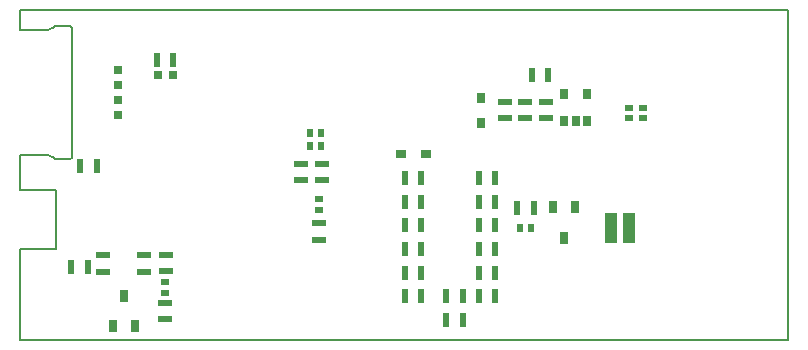
<source format=gbp>
G04*
G04 #@! TF.GenerationSoftware,Altium Limited,Altium Designer,21.9.2 (33)*
G04*
G04 Layer_Color=128*
%FSLAX44Y44*%
%MOMM*%
G71*
G04*
G04 #@! TF.SameCoordinates,5C5C66F8-9FC8-4E62-95D0-8360453F7E55*
G04*
G04*
G04 #@! TF.FilePolarity,Positive*
G04*
G01*
G75*
%ADD10C,0.2000*%
%ADD16R,0.5000X0.6500*%
%ADD17R,0.6500X0.5000*%
%ADD19R,1.2000X0.5500*%
%ADD20R,0.7000X0.8000*%
%ADD22R,0.5500X1.2000*%
%ADD33R,0.8000X1.0000*%
%ADD53R,0.8000X0.7000*%
%ADD54R,0.8000X0.9000*%
%ADD55R,0.9000X0.8000*%
%ADD57R,0.6500X0.9500*%
%ADD58R,1.0000X2.5000*%
D10*
X23234Y262975D02*
G03*
X27344Y264678I0J5812D01*
G01*
X28985Y266319D02*
G03*
X29050Y266475I-156J156D01*
G01*
X43121Y265597D02*
G03*
X41000Y266475I-2121J-2121D01*
G01*
X44000Y263475D02*
G03*
X43121Y265597I-3000J0D01*
G01*
X43543Y154801D02*
G03*
X44000Y155903I-1103J1103D01*
G01*
X41000Y153500D02*
G03*
X43121Y154379I0J3000D01*
G01*
X29050Y153500D02*
G03*
X28985Y153656I-221J0D01*
G01*
X27344Y155298D02*
G03*
X23234Y157000I-4110J-4110D01*
G01*
X0Y262975D02*
Y280000D01*
X44000Y263475D02*
X44000Y155903D01*
X0Y262975D02*
X23234D01*
X27344Y264678D02*
X28985Y266319D01*
X29050Y266475D02*
X41000D01*
X43121Y265597D02*
Y265597D01*
Y154379D02*
X43543Y154801D01*
X29050Y153500D02*
X41000D01*
X27344Y155298D02*
X28985Y153656D01*
X0Y157000D02*
X23234D01*
X0Y127250D02*
Y156975D01*
Y127250D02*
X30000D01*
Y77750D02*
Y127250D01*
X0Y77750D02*
X30000D01*
X0Y0D02*
Y77750D01*
Y280000D02*
X650000D01*
Y0D02*
Y280000D01*
X0Y0D02*
X650000D01*
D16*
X254500Y175500D02*
D03*
X245500D02*
D03*
X254500Y164500D02*
D03*
X245500D02*
D03*
X432000Y95000D02*
D03*
X423000D02*
D03*
D17*
X252500Y110500D02*
D03*
Y119500D02*
D03*
X515000Y188000D02*
D03*
Y197000D02*
D03*
X527500Y188000D02*
D03*
Y197000D02*
D03*
X122500Y40500D02*
D03*
Y49500D02*
D03*
D19*
X255000Y149500D02*
D03*
Y135500D02*
D03*
X123000Y58500D02*
D03*
Y72500D02*
D03*
X70000Y58000D02*
D03*
Y72000D02*
D03*
X427500Y202000D02*
D03*
Y188000D02*
D03*
X252500Y99500D02*
D03*
Y85500D02*
D03*
X410000Y188000D02*
D03*
Y202000D02*
D03*
X122500Y18000D02*
D03*
Y32000D02*
D03*
X237500Y149500D02*
D03*
Y135500D02*
D03*
X105000Y58000D02*
D03*
Y72000D02*
D03*
X445000Y202000D02*
D03*
Y188000D02*
D03*
D20*
X82500Y216250D02*
D03*
Y228750D02*
D03*
Y203750D02*
D03*
Y191250D02*
D03*
D22*
X129500Y237500D02*
D03*
X115500D02*
D03*
X402000Y57500D02*
D03*
X388000D02*
D03*
X402000Y37500D02*
D03*
X388000D02*
D03*
X374500Y17500D02*
D03*
X360500D02*
D03*
X374500Y37500D02*
D03*
X360500D02*
D03*
X434500Y112500D02*
D03*
X420500D02*
D03*
X50500Y147500D02*
D03*
X64500D02*
D03*
X57000Y62500D02*
D03*
X43000D02*
D03*
X325500Y137500D02*
D03*
X339500D02*
D03*
X325500Y117500D02*
D03*
X339500D02*
D03*
X325500Y97500D02*
D03*
X339500D02*
D03*
X325500Y77500D02*
D03*
X339500D02*
D03*
X325500Y57500D02*
D03*
X339500D02*
D03*
X325500Y37500D02*
D03*
X339500D02*
D03*
X402000Y137500D02*
D03*
X388000D02*
D03*
X402000Y117500D02*
D03*
X388000D02*
D03*
X402000Y97500D02*
D03*
X388000D02*
D03*
X402000Y77500D02*
D03*
X388000D02*
D03*
X447000Y225000D02*
D03*
X433000D02*
D03*
D33*
X450500Y113000D02*
D03*
X469500D02*
D03*
X460000Y87000D02*
D03*
X97000Y12000D02*
D03*
X78000D02*
D03*
X87500Y38000D02*
D03*
D53*
X116250Y225000D02*
D03*
X128750D02*
D03*
D54*
X390000Y184500D02*
D03*
Y205500D02*
D03*
D55*
X322000Y157500D02*
D03*
X343000D02*
D03*
D57*
X479500Y186000D02*
D03*
X470000D02*
D03*
X460500D02*
D03*
X479500Y209000D02*
D03*
X460500D02*
D03*
D58*
X500000Y95000D02*
D03*
X515000D02*
D03*
M02*

</source>
